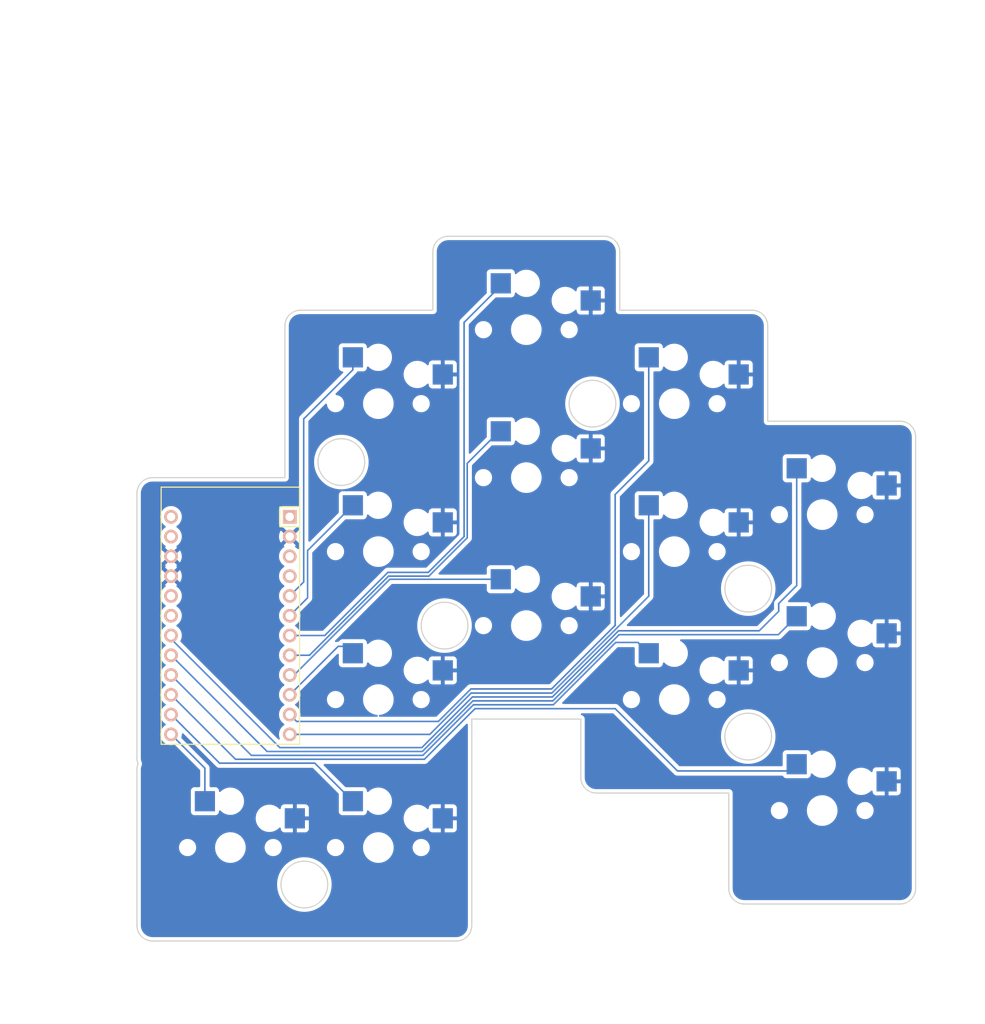
<source format=kicad_pcb>
(kicad_pcb (version 20240108) (generator "pcbnew") (generator_version "8.0")
  (title_block (title "roo_right") (date "2024-11-14") (rev "0.1.0") (company "Reginald Robinson"))
  (layers (0 "F.Cu" signal) (31 "B.Cu" signal) (34 "B.Paste" user) (35 "F.Paste" user) (36 "B.SilkS" user "B.Silkscreen") (37 "F.SilkS" user "F.Silkscreen") (38 "B.Mask" user) (39 "F.Mask" user) (44 "Edge.Cuts" user))
  (net 0 "")
  (net 1 "P7")
  (net 2 "GND")
  (net 3 "P5")
  (net 4 "P4")
  (net 5 "P6")
  (net 6 "P10")
  (net 7 "P16")
  (net 8 "P15")
  (net 9 "P18")
  (net 10 "P19")
  (net 11 "P14")
  (net 12 "P20")
  (net 13 "P21")
  (net 14 "P8")
  (net 15 "P9")
  (net 16 "RAW")
  (net 17 "RST")
  (net 18 "VCC")
  (net 19 "P1")
  (net 20 "P0")
  (net 21 "P2")
  (net 22 "P3")
  (footprint "PG1350" (layer "F.Cu") (at 231.5858 112.3358)
    (property "Reference" "S6" (hide yes))
    (property "Value" "" (hide yes))
    (pad "" np_thru_hole circle (at -5.5 0) (size 1.7018 1.7018) (drill 1.7018) (layers "*.Cu" "*.Mask"))
    (pad "" np_thru_hole circle (at 0 -5.95) (size 3 3) (drill 3) (layers "*.Cu" "*.Mask"))
    (pad "" np_thru_hole circle (at 0 0) (size 3.429 3.429) (drill 3.429) (layers "*.Cu" "*.Mask"))
    (pad "" np_thru_hole circle (at 5 -3.75) (size 3 3) (drill 3) (layers "*.Cu" "*.Mask"))
    (pad "" np_thru_hole circle (at 5.5 0) (size 1.7018 1.7018) (drill 1.7018) (layers "*.Cu" "*.Mask"))
    (pad "1" smd rect (at -3.275 -5.95) (size 2.6 2.6) (layers "B.Cu" "B.Paste" "B.Mask") (net 7 "P16"))
    (pad "2" smd rect (at 8.275 -3.75) (size 2.6 2.6) (layers "B.Cu" "B.Paste" "B.Mask") (net 2 "GND"))
  )
  (footprint "PG1350" (layer "F.Cu") (at 231.5858 150.3358)
    (property "Reference" "S4" (hide yes))
    (property "Value" "" (hide yes))
    (pad "" np_thru_hole circle (at -5.5 0) (size 1.7018 1.7018) (drill 1.7018) (layers "*.Cu" "*.Mask"))
    (pad "" np_thru_hole circle (at 0 -5.95) (size 3 3) (drill 3) (layers "*.Cu" "*.Mask"))
    (pad "" np_thru_hole circle (at 0 0) (size 3.429 3.429) (drill 3.429) (layers "*.Cu" "*.Mask"))
    (pad "" np_thru_hole circle (at 5 -3.75) (size 3 3) (drill 3) (layers "*.Cu" "*.Mask"))
    (pad "" np_thru_hole circle (at 5.5 0) (size 1.7018 1.7018) (drill 1.7018) (layers "*.Cu" "*.Mask"))
    (pad "1" smd rect (at -3.275 -5.95) (size 2.6 2.6) (layers "B.Cu" "B.Paste" "B.Mask") (net 5 "P6"))
    (pad "2" smd rect (at 8.275 -3.75) (size 2.6 2.6) (layers "B.Cu" "B.Paste" "B.Mask") (net 2 "GND"))
  )
  (footprint "PG1350" (layer "F.Cu") (at 212.5858 102.8358)
    (property "Reference" "S9" (hide yes))
    (property "Value" "" (hide yes))
    (pad "" np_thru_hole circle (at -5.5 0) (size 1.7018 1.7018) (drill 1.7018) (layers "*.Cu" "*.Mask"))
    (pad "" np_thru_hole circle (at 0 -5.95) (size 3 3) (drill 3) (layers "*.Cu" "*.Mask"))
    (pad "" np_thru_hole circle (at 0 0) (size 3.429 3.429) (drill 3.429) (layers "*.Cu" "*.Mask"))
    (pad "" np_thru_hole circle (at 5 -3.75) (size 3 3) (drill 3) (layers "*.Cu" "*.Mask"))
    (pad "" np_thru_hole circle (at 5.5 0) (size 1.7018 1.7018) (drill 1.7018) (layers "*.Cu" "*.Mask"))
    (pad "1" smd rect (at -3.275 -5.95) (size 2.6 2.6) (layers "B.Cu" "B.Paste" "B.Mask") (net 10 "P19"))
    (pad "2" smd rect (at 8.275 -3.75) (size 2.6 2.6) (layers "B.Cu" "B.Paste" "B.Mask") (net 2 "GND"))
  )
  (footprint "PG1350" (layer "F.Cu") (at 193.5858 131.3358)
    (property "Reference" "S11" (hide yes))
    (property "Value" "" (hide yes))
    (pad "" np_thru_hole circle (at -5.5 0) (size 1.7018 1.7018) (drill 1.7018) (layers "*.Cu" "*.Mask"))
    (pad "" np_thru_hole circle (at 0 -5.95) (size 3 3) (drill 3) (layers "*.Cu" "*.Mask"))
    (pad "" np_thru_hole circle (at 0 0) (size 3.429 3.429) (drill 3.429) (layers "*.Cu" "*.Mask"))
    (pad "" np_thru_hole circle (at 5 -3.75) (size 3 3) (drill 3) (layers "*.Cu" "*.Mask"))
    (pad "" np_thru_hole circle (at 5.5 0) (size 1.7018 1.7018) (drill 1.7018) (layers "*.Cu" "*.Mask"))
    (pad "1" smd rect (at -3.275 -5.95) (size 2.6 2.6) (layers "B.Cu" "B.Paste" "B.Mask") (net 12 "P20"))
    (pad "2" smd rect (at 8.275 -3.75) (size 2.6 2.6) (layers "B.Cu" "B.Paste" "B.Mask") (net 2 "GND"))
  )
  (footprint "PG1350" (layer "F.Cu") (at 212.5858 140.8358)
    (property "Reference" "S7" (hide yes))
    (property "Value" "" (hide yes))
    (pad "" np_thru_hole circle (at -5.5 0) (size 1.7018 1.7018) (drill 1.7018) (layers "*.Cu" "*.Mask"))
    (pad "" np_thru_hole circle (at 0 -5.95) (size 3 3) (drill 3) (layers "*.Cu" "*.Mask"))
    (pad "" np_thru_hole circle (at 0 0) (size 3.429 3.429) (drill 3.429) (layers "*.Cu" "*.Mask"))
    (pad "" np_thru_hole circle (at 5 -3.75) (size 3 3) (drill 3) (layers "*.Cu" "*.Mask"))
    (pad "" np_thru_hole circle (at 5.5 0) (size 1.7018 1.7018) (drill 1.7018) (layers "*.Cu" "*.Mask"))
    (pad "1" smd rect (at -3.275 -5.95) (size 2.6 2.6) (layers "B.Cu" "B.Paste" "B.Mask") (net 8 "P15"))
    (pad "2" smd rect (at 8.275 -3.75) (size 2.6 2.6) (layers "B.Cu" "B.Paste" "B.Mask") (net 2 "GND"))
  )
  (footprint "PG1350" (layer "F.Cu") (at 193.5858 150.3358)
    (property "Reference" "S10" (hide yes))
    (property "Value" "" (hide yes))
    (pad "" np_thru_hole circle (at -5.5 0) (size 1.7018 1.7018) (drill 1.7018) (layers "*.Cu" "*.Mask"))
    (pad "" np_thru_hole circle (at 0 -5.95) (size 3 3) (drill 3) (layers "*.Cu" "*.Mask"))
    (pad "" np_thru_hole circle (at 0 0) (size 3.429 3.429) (drill 3.429) (layers "*.Cu" "*.Mask"))
    (pad "" np_thru_hole circle (at 5 -3.75) (size 3 3) (drill 3) (layers "*.Cu" "*.Mask"))
    (pad "" np_thru_hole circle (at 5.5 0) (size 1.7018 1.7018) (drill 1.7018) (layers "*.Cu" "*.Mask"))
    (pad "1" smd rect (at -3.275 -5.95) (size 2.6 2.6) (layers "B.Cu" "B.Paste" "B.Mask") (net 11 "P14"))
    (pad "2" smd rect (at 8.275 -3.75) (size 2.6 2.6) (layers "B.Cu" "B.Paste" "B.Mask") (net 2 "GND"))
  )
  (footprint "PG1350" (layer "F.Cu") (at 231.5858 131.3358)
    (property "Reference" "S5" (hide yes))
    (property "Value" "" (hide yes))
    (pad "" np_thru_hole circle (at -5.5 0) (size 1.7018 1.7018) (drill 1.7018) (layers "*.Cu" "*.Mask"))
    (pad "" np_thru_hole circle (at 0 -5.95) (size 3 3) (drill 3) (layers "*.Cu" "*.Mask"))
    (pad "" np_thru_hole circle (at 0 0) (size 3.429 3.429) (drill 3.429) (layers "*.Cu" "*.Mask"))
    (pad "" np_thru_hole circle (at 5 -3.75) (size 3 3) (drill 3) (layers "*.Cu" "*.Mask"))
    (pad "" np_thru_hole circle (at 5.5 0) (size 1.7018 1.7018) (drill 1.7018) (layers "*.Cu" "*.Mask"))
    (pad "1" smd rect (at -3.275 -5.95) (size 2.6 2.6) (layers "B.Cu" "B.Paste" "B.Mask") (net 6 "P10"))
    (pad "2" smd rect (at 8.275 -3.75) (size 2.6 2.6) (layers "B.Cu" "B.Paste" "B.Mask") (net 2 "GND"))
  )
  (footprint "PG1350" (layer "F.Cu") (at 174.5858 169.3358)
    (property "Reference" "S14" (hide yes))
    (property "Value" "" (hide yes))
    (pad "" np_thru_hole circle (at -5.5 0) (size 1.7018 1.7018) (drill 1.7018) (layers "*.Cu" "*.Mask"))
    (pad "" np_thru_hole circle (at 0 -5.95) (size 3 3) (drill 3) (layers "*.Cu" "*.Mask"))
    (pad "" np_thru_hole circle (at 0 0) (size 3.429 3.429) (drill 3.429) (layers "*.Cu" "*.Mask"))
    (pad "" np_thru_hole circle (at 5 -3.75) (size 3 3) (drill 3) (layers "*.Cu" "*.Mask"))
    (pad "" np_thru_hole circle (at 5.5 0) (size 1.7018 1.7018) (drill 1.7018) (layers "*.Cu" "*.Mask"))
    (pad "1" smd rect (at -3.275 -5.95) (size 2.6 2.6) (layers "B.Cu" "B.Paste" "B.Mask") (net 15 "P9"))
    (pad "2" smd rect (at 8.275 -3.75) (size 2.6 2.6) (layers "B.Cu" "B.Paste" "B.Mask") (net 2 "GND"))
  )
  (footprint "PG1350" (layer "F.Cu") (at 250.5858 164.5858)
    (property "Reference" "S1" (hide yes))
    (property "Value" "" (hide yes))
    (pad "" np_thru_hole circle (at -5.5 0) (size 1.7018 1.7018) (drill 1.7018) (layers "*.Cu" "*.Mask"))
    (pad "" np_thru_hole circle (at 0 -5.95) (size 3 3) (drill 3) (layers "*.Cu" "*.Mask"))
    (pad "" np_thru_hole circle (at 0 0) (size 3.429 3.429) (drill 3.429) (layers "*.Cu" "*.Mask"))
    (pad "" np_thru_hole circle (at 5 -3.75) (size 3 3) (drill 3) (layers "*.Cu" "*.Mask"))
    (pad "" np_thru_hole circle (at 5.5 0) (size 1.7018 1.7018) (drill 1.7018) (layers "*.Cu" "*.Mask"))
    (pad "1" smd rect (at -3.275 -5.95) (size 2.6 2.6) (layers "B.Cu" "B.Paste" "B.Mask") (net 1 "P7"))
    (pad "2" smd rect (at 8.275 -3.75) (size 2.6 2.6) (layers "B.Cu" "B.Paste" "B.Mask") (net 2 "GND"))
  )
  (footprint "PG1350" (layer "F.Cu") (at 212.5858 121.8358)
    (property "Reference" "S8" (hide yes))
    (property "Value" "" (hide yes))
    (pad "" np_thru_hole circle (at -5.5 0) (size 1.7018 1.7018) (drill 1.7018) (layers "*.Cu" "*.Mask"))
    (pad "" np_thru_hole circle (at 0 -5.95) (size 3 3) (drill 3) (layers "*.Cu" "*.Mask"))
    (pad "" np_thru_hole circle (at 0 0) (size 3.429 3.429) (drill 3.429) (layers "*.Cu" "*.Mask"))
    (pad "" np_thru_hole circle (at 5 -3.75) (size 3 3) (drill 3) (layers "*.Cu" "*.Mask"))
    (pad "" np_thru_hole circle (at 5.5 0) (size 1.7018 1.7018) (drill 1.7018) (layers "*.Cu" "*.Mask"))
    (pad "1" smd rect (at -3.275 -5.95) (size 2.6 2.6) (layers "B.Cu" "B.Paste" "B.Mask") (net 9 "P18"))
    (pad "2" smd rect (at 8.275 -3.75) (size 2.6 2.6) (layers "B.Cu" "B.Paste" "B.Mask") (net 2 "GND"))
  )
  (footprint "PG1350" (layer "F.Cu") (at 250.5858 126.5858)
    (property "Reference" "S3" (hide yes))
    (property "Value" "" (hide yes))
    (pad "" np_thru_hole circle (at -5.5 0) (size 1.7018 1.7018) (drill 1.7018) (layers "*.Cu" "*.Mask"))
    (pad "" np_thru_hole circle (at 0 -5.95) (size 3 3) (drill 3) (layers "*.Cu" "*.Mask"))
    (pad "" np_thru_hole circle (at 0 0) (size 3.429 3.429) (drill 3.429) (layers "*.Cu" "*.Mask"))
    (pad "" np_thru_hole circle (at 5 -3.75) (size 3 3) (drill 3) (layers "*.Cu" "*.Mask"))
    (pad "" np_thru_hole circle (at 5.5 0) (size 1.7018 1.7018) (drill 1.7018) (layers "*.Cu" "*.Mask"))
    (pad "1" smd rect (at -3.275 -5.95) (size 2.6 2.6) (layers "B.Cu" "B.Paste" "B.Mask") (net 4 "P4"))
    (pad "2" smd rect (at 8.275 -3.75) (size 2.6 2.6) (layers "B.Cu" "B.Paste" "B.Mask") (net 2 "GND"))
  )
  (footprint "PG1350" (layer "F.Cu") (at 193.5858 169.3358)
    (property "Reference" "S13" (hide yes))
    (property "Value" "" (hide yes))
    (pad "" np_thru_hole circle (at -5.5 0) (size 1.7018 1.7018) (drill 1.7018) (layers "*.Cu" "*.Mask"))
    (pad "" np_thru_hole circle (at 0 -5.95) (size 3 3) (drill 3) (layers "*.Cu" "*.Mask"))
    (pad "" np_thru_hole circle (at 0 0) (size 3.429 3.429) (drill 3.429) (layers "*.Cu" "*.Mask"))
    (pad "" np_thru_hole circle (at 5 -3.75) (size 3 3) (drill 3) (layers "*.Cu" "*.Mask"))
    (pad "" np_thru_hole circle (at 5.5 0) (size 1.7018 1.7018) (drill 1.7018) (layers "*.Cu" "*.Mask"))
    (pad "1" smd rect (at -3.275 -5.95) (size 2.6 2.6) (layers "B.Cu" "B.Paste" "B.Mask") (net 14 "P8"))
    (pad "2" smd rect (at 8.275 -3.75) (size 2.6 2.6) (layers "B.Cu" "B.Paste" "B.Mask") (net 2 "GND"))
  )
  (footprint "PG1350" (layer "F.Cu") (at 193.5858 112.3358)
    (property "Reference" "S12" (hide yes))
    (property "Value" "" (hide yes))
    (pad "" np_thru_hole circle (at -5.5 0) (size 1.7018 1.7018) (drill 1.7018) (layers "*.Cu" "*.Mask"))
    (pad "" np_thru_hole circle (at 0 -5.95) (size 3 3) (drill 3) (layers "*.Cu" "*.Mask"))
    (pad "" np_thru_hole circle (at 0 0) (size 3.429 3.429) (drill 3.429) (layers "*.Cu" "*.Mask"))
    (pad "" np_thru_hole circle (at 5 -3.75) (size 3 3) (drill 3) (layers "*.Cu" "*.Mask"))
    (pad "" np_thru_hole circle (at 5.5 0) (size 1.7018 1.7018) (drill 1.7018) (layers "*.Cu" "*.Mask"))
    (pad "1" smd rect (at -3.275 -5.95) (size 2.6 2.6) (layers "B.Cu" "B.Paste" "B.Mask") (net 13 "P21"))
    (pad "2" smd rect (at 8.275 -3.75) (size 2.6 2.6) (layers "B.Cu" "B.Paste" "B.Mask") (net 2 "GND"))
  )
  (footprint "ProMicro" (layer "F.Cu") (at 174.5858 140.8358 -90)
    (property "Reference" "MCU1" (hide yes))
    (property "Value" "" (hide yes))
    (fp_line (start -17.78 8.89) (end 15.24 8.89) (stroke (width 0.15)) (layer "F.SilkS"))
    (fp_line (start 15.24 8.89) (end 15.24 -8.89) (stroke (width 0.15)) (layer "F.SilkS"))
    (fp_line (start -15.24 -6.35) (end -12.7 -6.35) (stroke (width 0.15)) (layer "F.SilkS"))
    (fp_line (start -15.24 -6.35) (end -15.24 -8.89) (stroke (width 0.15)) (layer "F.SilkS"))
    (fp_line (start -12.7 -6.35) (end -12.7 -8.89) (stroke (width 0.15)) (layer "F.SilkS"))
    (fp_line (start -17.78 -8.89) (end -17.78 8.89) (stroke (width 0.15)) (layer "F.SilkS"))
    (fp_line (start 15.24 -8.89) (end -17.78 -8.89) (stroke (width 0.15)) (layer "F.SilkS"))
    (pad "1" thru_hole rect (at -13.97 -7.62 270) (size 1.7526 1.7526) (drill 1.0922) (layers "*.Cu" "*.SilkS" "*.Mask") (net 16 "RAW"))
    (pad "2" thru_hole circle (at -11.43 -7.62) (size 1.7526 1.7526) (drill 1.0922) (layers "*.Cu" "*.SilkS" "*.Mask") (net 2 "GND"))
    (pad "3" thru_hole circle (at -8.89 -7.62) (size 1.7526 1.7526) (drill 1.0922) (layers "*.Cu" "*.SilkS" "*.Mask") (net 17 "RST"))
    (pad "4" thru_hole circle (at -6.35 -7.62) (size 1.7526 1.7526) (drill 1.0922) (layers "*.Cu" "*.SilkS" "*.Mask") (net 18 "VCC"))
    (pad "5" thru_hole circle (at -3.81 -7.62) (size 1.7526 1.7526) (drill 1.0922) (layers "*.Cu" "*.SilkS" "*.Mask") (net 13 "P21"))
    (pad "6" thru_hole circle (at -1.27 -7.62) (size 1.7526 1.7526) (drill 1.0922) (layers "*.Cu" "*.SilkS" "*.Mask") (net 12 "P20"))
    (pad "7" thru_hole circle (at 1.27 -7.62) (size 1.7526 1.7526) (drill 1.0922) (layers "*.Cu" "*.SilkS" "*.Mask") (net 10 "P19"))
    (pad "8" thru_hole circle (at 3.81 -7.62) (size 1.7526 1.7526) (drill 1.0922) (layers "*.Cu" "*.SilkS" "*.Mask") (net 9 "P18"))
    (pad "9" thru_hole circle (at 6.35 -7.62) (size 1.7526 1.7526) (drill 1.0922) (layers "*.Cu" "*.SilkS" "*.Mask") (net 8 "P15"))
    (pad "10" thru_hole circle (at 8.89 -7.62) (size 1.7526 1.7526) (drill 1.0922) (layers "*.Cu" "*.SilkS" "*.Mask") (net 11 "P14"))
    (pad "11" thru_hole circle (at 11.43 -7.62) (size 1.7526 1.7526) (drill 1.0922) (layers "*.Cu" "*.SilkS" "*.Mask") (net 7 "P16"))
    (pad "12" thru_hole circle (at 13.97 -7.62) (size 1.7526 1.7526) (drill 1.0922) (layers "*.Cu" "*.SilkS" "*.Mask") (net 6 "P10"))
    (pad "13" thru_hole circle (at -13.97 7.62) (size 1.7526 1.7526) (drill 1.0922) (layers "*.Cu" "*.SilkS" "*.Mask") (net 19 "P1"))
    (pad "14" thru_hole circle (at -11.43 7.62) (size 1.7526 1.7526) (drill 1.0922) (layers "*.Cu" "*.SilkS" "*.Mask") (net 20 "P0"))
    (pad "15" thru_hole circle (at -8.89 7.62) (size 1.7526 1.7526) (drill 1.0922) (layers "*.Cu" "*.SilkS" "*.Mask") (net 2 "GND"))
    (pad "16" thru_hole circle (at -6.35 7.62) (size 1.7526 1.7526) (drill 1.0922) (layers "*.Cu" "*.SilkS" "*.Mask") (net 2 "GND"))
    (pad "17" thru_hole circle (at -3.81 7.62) (size 1.7526 1.7526) (drill 1.0922) (layers "*.Cu" "*.SilkS" "*.Mask") (net 21 "P2"))
    (pad "18" thru_hole circle (at -1.27 7.62) (size 1.7526 1.7526) (drill 1.0922) (layers "*.Cu" "*.SilkS" "*.Mask") (net 22 "P3"))
    (pad "19" thru_hole circle (at 1.27 7.62) (size 1.7526 1.7526) (drill 1.0922) (layers "*.Cu" "*.SilkS" "*.Mask") (net 4 "P4"))
    (pad "20" thru_hole circle (at 3.81 7.62) (size 1.7526 1.7526) (drill 1.0922) (layers "*.Cu" "*.SilkS" "*.Mask") (net 3 "P5"))
    (pad "21" thru_hole circle (at 6.35 7.62) (size 1.7526 1.7526) (drill 1.0922) (layers "*.Cu" "*.SilkS" "*.Mask") (net 5 "P6"))
    (pad "22" thru_hole circle (at 8.89 7.62) (size 1.7526 1.7526) (drill 1.0922) (layers "*.Cu" "*.SilkS" "*.Mask") (net 1 "P7"))
    (pad "23" thru_hole circle (at 11.43 7.62) (size 1.7526 1.7526) (drill 1.0922) (layers "*.Cu" "*.SilkS" "*.Mask") (net 14 "P8"))
    (pad "24" thru_hole circle (at 13.97 7.62) (size 1.7526 1.7526) (drill 1.0922) (layers "*.Cu" "*.SilkS" "*.Mask") (net 15 "P9"))
  )
  (footprint "PG1350" (layer "F.Cu") (at 250.5858 145.5858)
    (property "Reference" "S2" (hide yes))
    (property "Value" "" (hide yes))
    (pad "" np_thru_hole circle (at -5.5 0) (size 1.7018 1.7018) (drill 1.7018) (layers "*.Cu" "*.Mask"))
    (pad "" np_thru_hole circle (at 0 -5.95) (size 3 3) (drill 3) (layers "*.Cu" "*.Mask"))
    (pad "" np_thru_hole circle (at 0 0) (size 3.429 3.429) (drill 3.429) (layers "*.Cu" "*.Mask"))
    (pad "" np_thru_hole circle (at 5 -3.75) (size 3 3) (drill 3) (layers "*.Cu" "*.Mask"))
    (pad "" np_thru_hole circle (at 5.5 0) (size 1.7018 1.7018) (drill 1.7018) (layers "*.Cu" "*.Mask"))
    (pad "1" smd rect (at -3.275 -5.95) (size 2.6 2.6) (layers "B.Cu" "B.Paste" "B.Mask") (net 3 "P5"))
    (pad "2" smd rect (at 8.275 -3.75) (size 2.6 2.6) (layers "B.Cu" "B.Paste" "B.Mask") (net 2 "GND"))
  )
  (gr_line (start 238.585786 162.335786) (end 238.585786 174.585786) (stroke (width 0.15)) (layer "Edge.Cuts"))
  (gr_line (start 240.585786 176.585786) (end 260.585786 176.585786) (stroke (width 0.15)) (layer "Edge.Cuts"))
  (gr_line (start 200.585786 92.835786) (end 200.585786 100.335786) (stroke (width 0.15)) (layer "Edge.Cuts"))
  (gr_line (start 162.585786 123.835786) (end 162.585786 157.835786) (stroke (width 0.15)) (layer "Edge.Cuts"))
  (gr_line (start 224.585786 100.335786) (end 224.585786 92.835786) (stroke (width 0.15)) (layer "Edge.Cuts"))
  (gr_line (start 200.585786 100.335786) (end 183.585786 100.335786) (stroke (width 0.15)) (layer "Edge.Cuts"))
  (gr_line (start 181.585786 121.835786) (end 164.585786 121.835786) (stroke (width 0.15)) (layer "Edge.Cuts"))
  (gr_arc (start 162.585786 123.835786) (mid 163.171572 122.421572) (end 164.585786 121.835786) (stroke (width 0.15)) (layer "Edge.Cuts"))
  (gr_arc (start 241.585786 100.335786) (mid 243 100.921572) (end 243.585786 102.335786) (stroke (width 0.15)) (layer "Edge.Cuts"))
  (gr_arc (start 222.585786 90.835786) (mid 224 91.421572) (end 224.585786 92.835786) (stroke (width 0.15)) (layer "Edge.Cuts"))
  (gr_circle (center 241.085786 155.085786) (end 244.085786 155.085786) (stroke (width 0.15)) (fill none) (layer "Edge.Cuts"))
  (gr_line (start 219.585786 152.835786) (end 219.585786 160.335786) (stroke (width 0.15)) (layer "Edge.Cuts"))
  (gr_arc (start 162.585786 159.335786) (mid 162.622613 158.953752) (end 162.731736 158.585786) (stroke (width 0.15)) (layer "Edge.Cuts"))
  (gr_line (start 260.585786 114.585786) (end 243.585786 114.585786) (stroke (width 0.15)) (layer "Edge.Cuts"))
  (gr_arc (start 162.731736 158.585786) (mid 162.622613 158.21782) (end 162.585786 157.835786) (stroke (width 0.15)) (layer "Edge.Cuts"))
  (gr_line (start 221.585786 162.335786) (end 238.585786 162.335786) (stroke (width 0.15)) (layer "Edge.Cuts"))
  (gr_line (start 181.585786 121.835786) (end 181.585786 102.335786) (stroke (width 0.15)) (layer "Edge.Cuts"))
  (gr_circle (center 221.085786 112.335786) (end 224.085786 112.335786) (stroke (width 0.15)) (fill none) (layer "Edge.Cuts"))
  (gr_arc (start 262.585786 174.585786) (mid 262 176) (end 260.585786 176.585786) (stroke (width 0.15)) (layer "Edge.Cuts"))
  (gr_line (start 262.585786 174.585786) (end 262.585786 116.585786) (stroke (width 0.15)) (layer "Edge.Cuts"))
  (gr_circle (center 184.085786 174.085786) (end 187.085786 174.085786) (stroke (width 0.15)) (fill none) (layer "Edge.Cuts"))
  (gr_arc (start 260.585786 114.585786) (mid 262 115.171572) (end 262.585786 116.585786) (stroke (width 0.15)) (layer "Edge.Cuts"))
  (gr_circle (center 202.085786 140.835786) (end 205.085786 140.835786) (stroke (width 0.15)) (fill none) (layer "Edge.Cuts"))
  (gr_line (start 205.585786 179.335786) (end 205.585786 152.835786) (stroke (width 0.15)) (layer "Edge.Cuts"))
  (gr_arc (start 164.585786 181.335786) (mid 163.171572 180.75) (end 162.585786 179.335786) (stroke (width 0.15)) (layer "Edge.Cuts"))
  (gr_line (start 205.585786 152.835786) (end 219.585786 152.835786) (stroke (width 0.15)) (layer "Edge.Cuts"))
  (gr_line (start 222.585786 90.835786) (end 202.585786 90.835786) (stroke (width 0.15)) (layer "Edge.Cuts"))
  (gr_line (start 243.585786 114.585786) (end 243.585786 102.335786) (stroke (width 0.15)) (layer "Edge.Cuts"))
  (gr_arc (start 221.585786 162.335786) (mid 220.171572 161.75) (end 219.585786 160.335786) (stroke (width 0.15)) (layer "Edge.Cuts"))
  (gr_circle (center 188.835786 119.835786) (end 191.835786 119.835786) (stroke (width 0.15)) (fill none) (layer "Edge.Cuts"))
  (gr_arc (start 240.585786 176.585786) (mid 239.171572 176) (end 238.585786 174.585786) (stroke (width 0.15)) (layer "Edge.Cuts"))
  (gr_circle (center 241.085786 136.085786) (end 244.085786 136.085786) (stroke (width 0.15)) (fill none) (layer "Edge.Cuts"))
  (gr_arc (start 181.585786 102.335786) (mid 182.171572 100.921572) (end 183.585786 100.335786) (stroke (width 0.15)) (layer "Edge.Cuts"))
  (gr_line (start 162.585786 159.335786) (end 162.585786 179.335786) (stroke (width 0.15)) (layer "Edge.Cuts"))
  (gr_line (start 241.585786 100.335786) (end 224.585786 100.335786) (stroke (width 0.15)) (layer "Edge.Cuts"))
  (gr_arc (start 205.585786 179.335786) (mid 205 180.75) (end 203.585786 181.335786) (stroke (width 0.15)) (layer "Edge.Cuts"))
  (gr_line (start 164.585786 181.335786) (end 203.585786 181.335786) (stroke (width 0.15)) (layer "Edge.Cuts"))
  (gr_arc (start 200.585786 92.835786) (mid 201.171572 91.421572) (end 202.585786 90.835786) (stroke (width 0.15)) (layer "Edge.Cuts"))
  (segment (start 206 151.5) (end 224 151.5) (width 0.2) (layer "B.Cu") (net 1))
  (segment (start 199.5 158) (end 206 151.5) (width 0.2) (layer "B.Cu") (net 1))
  (segment (start 166.9658 149.7258) (end 175.24 158) (width 0.2) (layer "B.Cu") (net 1))
  (segment (start 246.4466 159.5) (end 247.3108 158.6358) (width 0.2) (layer "B.Cu") (net 1))
  (segment (start 232 159.5) (end 246.4466 159.5) (width 0.2) (layer "B.Cu") (net 1))
  (segment (start 224 151.5) (end 232 159.5) (width 0.2) (layer "B.Cu") (net 1))
  (segment (start 175.24 158) (end 199.5 158) (width 0.2) (layer "B.Cu") (net 1))
  (segment (start 205.736214 150.5) (end 199.236214 157) (width 0.2) (layer "B.Cu") (net 3))
  (segment (start 175.41 153.09) (end 166.9658 144.6458) (width 0.2) (layer "B.Cu") (net 3))
  (segment (start 175.41 153.11) (end 175.41 153.09) (width 0.2) (layer "B.Cu") (net 3))
  (segment (start 199.236214 157) (end 179.3 157) (width 0.2) (layer "B.Cu") (net 3))
  (segment (start 216 150.5) (end 205.736214 150.5) (width 0.2) (layer "B.Cu") (net 3))
  (segment (start 247.3108 139.6358) (end 244.9466 142) (width 0.2) (layer "B.Cu") (net 3))
  (segment (start 179.3 157) (end 175.41 153.11) (width 0.2) (layer "B.Cu") (net 3))
  (segment (start 224.5 142) (end 216 150.5) (width 0.2) (layer "B.Cu") (net 3))
  (segment (start 244.9466 142) (end 224.5 142) (width 0.2) (layer "B.Cu") (net 3))
  (segment (start 166.9658 142.5358) (end 166.9658 142.1058) (width 0.2) (layer "B.Cu") (net 4))
  (segment (start 180.93 156.5) (end 166.9658 142.5358) (width 0.2) (layer "B.Cu") (net 4))
  (segment (start 245 139) (end 242.5 141.5) (width 0.2) (layer "B.Cu") (net 4))
  (segment (start 215.934314 150) (end 205.670528 150) (width 0.2) (layer "B.Cu") (net 4))
  (segment (start 224.434314 141.5) (end 215.934314 150) (width 0.2) (layer "B.Cu") (net 4))
  (segment (start 199.170528 156.5) (end 180.93 156.5) (width 0.2) (layer "B.Cu") (net 4))
  (segment (start 242.5 141.5) (end 224.434314 141.5) (width 0.2) (layer "B.Cu") (net 4))
  (segment (start 245 138) (end 245 139) (width 0.2) (layer "B.Cu") (net 4))
  (segment (start 205.670528 150) (end 199.170528 156.5) (width 0.2) (layer "B.Cu") (net 4))
  (segment (start 247.3108 135.6892) (end 245 138) (width 0.2) (layer "B.Cu") (net 4))
  (segment (start 247.3108 120.6358) (end 247.3108 135.6892) (width 0.2) (layer "B.Cu") (net 4))
  (segment (start 177.28 157.5) (end 166.9658 147.1858) (width 0.2) (layer "B.Cu") (net 5))
  (segment (start 216.065686 151) (end 205.8019 151) (width 0.2) (layer "B.Cu") (net 5))
  (segment (start 228.3108 144.3858) (end 226.925 143) (width 0.2) (layer "B.Cu") (net 5))
  (segment (start 226.925 143) (end 224.065686 143) (width 0.2) (layer "B.Cu") (net 5))
  (segment (start 224.065686 143) (end 216.065686 151) (width 0.2) (layer "B.Cu") (net 5))
  (segment (start 205.8019 151) (end 199.3019 157.5) (width 0.2) (layer "B.Cu") (net 5))
  (segment (start 199.3019 157.5) (end 177.28 157.5) (width 0.2) (layer "B.Cu") (net 5))
  (segment (start 228.3108 125.3858) (end 228.3108 137.057828) (width 0.2) (layer "B.Cu") (net 6))
  (segment (start 228.3108 137.057828) (end 215.868628 149.5) (width 0.2) (layer "B.Cu") (net 6))
  (segment (start 200.1942 154.8058) (end 182.2058 154.8058) (width 0.2) (layer "B.Cu") (net 6))
  (segment (start 205.5 149.5) (end 200.1942 154.8058) (width 0.2) (layer "B.Cu") (net 6))
  (segment (start 215.868628 149.5) (end 205.5 149.5) (width 0.2) (layer "B.Cu") (net 6))
  (segment (start 228.3108 106.3858) (end 228.3108 119.6892) (width 0.2) (layer "B.Cu") (net 7))
  (segment (start 215.835785 148.967157) (end 205.467157 148.967157) (width 0.2) (layer "B.Cu") (net 7))
  (segment (start 183.0821 153.1421) (end 182.2058 152.2658) (width 0.2) (layer "B.Cu") (net 7))
  (segment (start 224 140.802942) (end 215.835785 148.967157) (width 0.2) (layer "B.Cu") (net 7))
  (segment (start 201.292214 153.1421) (end 183.0821 153.1421) (width 0.2) (layer "B.Cu") (net 7))
  (segment (start 228.3108 119.6892) (end 224 124) (width 0.2) (layer "B.Cu") (net 7))
  (segment (start 224 124) (end 224 140.802942) (width 0.2) (layer "B.Cu") (net 7))
  (segment (start 205.467157 148.967157) (end 201.292214 153.1421) (width 0.2) (layer "B.Cu") (net 7))
  (segment (start 182.76 147.1858) (end 195.06 134.8858) (width 0.2) (layer "B.Cu") (net 8))
  (segment (start 182.2058 147.1858) (end 182.76 147.1858) (width 0.2) (layer "B.Cu") (net 8))
  (segment (start 195.06 134.8858) (end 209.3108 134.8858) (width 0.2) (layer "B.Cu") (net 8))
  (segment (start 209.3108 115.8858) (end 209.1142 115.8858) (width 0.2) (layer "B.Cu") (net 9))
  (segment (start 194.894314 134.4858) (end 184.734314 144.6458) (width 0.2) (layer "B.Cu") (net 9))
  (segment (start 184.734314 144.6458) (end 182.2058 144.6458) (width 0.2) (layer "B.Cu") (net 9))
  (segment (start 209.1142 115.8858) (end 205 120) (width 0.2) (layer "B.Cu") (net 9))
  (segment (start 200.079886 134.4858) (end 194.894314 134.4858) (width 0.2) (layer "B.Cu") (net 9))
  (segment (start 205 129.565686) (end 200.079886 134.4858) (width 0.2) (layer "B.Cu") (net 9))
  (segment (start 205 120) (end 205 129.565686) (width 0.2) (layer "B.Cu") (net 9))
  (segment (start 204.6 129.4) (end 200 134) (width 0.2) (layer "B.Cu") (net 10))
  (segment (start 186.708628 142.1058) (end 182.2058 142.1058) (width 0.2) (layer "B.Cu") (net 10))
  (segment (start 200 134) (end 194.814428 134) (width 0.2) (layer "B.Cu") (net 10))
  (segment (start 194.814428 134) (end 186.708628 142.1058) (width 0.2) (layer "B.Cu") (net 10))
  (segment (start 209.3108 96.8858) (end 209.3108 97.1892) (width 0.2) (layer "B.Cu") (net 10))
  (segment (start 204.6 101.9) (end 204.6 129.4) (width 0.2) (layer "B.Cu") (net 10))
  (segment (start 209.3108 97.1892) (end 204.6 101.9) (width 0.2) (layer "B.Cu") (net 10))
  (segment (start 188.4316 143.5) (end 182.2058 149.7258) (width 0.2) (layer "B.Cu") (net 11))
  (segment (start 190.3108 144.3858) (end 189.425 143.5) (width 0.2) (layer "B.Cu") (net 11))
  (segment (start 189.425 143.5) (end 188.4316 143.5) (width 0.2) (layer "B.Cu") (net 11))
  (segment (start 184.5 131.1966) (end 184.5 137.2716) (width 0.2) (layer "B.Cu") (net 12))
  (segment (start 184.5 137.2716) (end 182.2058 139.5658) (width 0.2) (layer "B.Cu") (net 12))
  (segment (start 190.3108 125.3858) (end 184.5 131.1966) (width 0.2) (layer "B.Cu") (net 12))
  (segment (start 190.3108 107.9875) (end 190.3108 106.3858) (width 0.2) (layer "B.Cu") (net 13))
  (segment (start 184 135.2316) (end 184 114.2983) (width 0.2) (layer "B.Cu") (net 13))
  (segment (start 182.2058 137.0258) (end 184 135.2316) (width 0.2) (layer "B.Cu") (net 13))
  (segment (start 184 114.2983) (end 190.3108 107.9875) (width 0.2) (layer "B.Cu") (net 13))
  (segment (start 185.425 158.5) (end 190.3108 163.3858) (width 0.2) (layer "B.Cu") (net 14))
  (segment (start 166.9658 152.2658) (end 173.2 158.5) (width 0.2) (layer "B.Cu") (net 14))
  (segment (start 173.2 158.5) (end 185.425 158.5) (width 0.2) (layer "B.Cu") (net 14))
  (segment (start 166.9658 154.8058) (end 171.3108 159.1508) (width 0.2) (layer "B.Cu") (net 15))
  (segment (start 171.3108 159.1508) (end 171.3108 163.3858) (width 0.2) (layer "B.Cu") (net 15))
  (zone (net 2) (net_name "GND") (layer "B.Cu") (connect_pads (clearance 0.5)) (min_thickness 0.25) (fill yes (thermal_gap 0.5) (thermal_bridge_width 0.5))
    (polygon (pts (xy 260.5 63.5) (xy 145 77) (xy 155.5 192) (xy 271.5 190.5) (xy 261 60.5) (xy 260 63.5)))
  )
)
</source>
